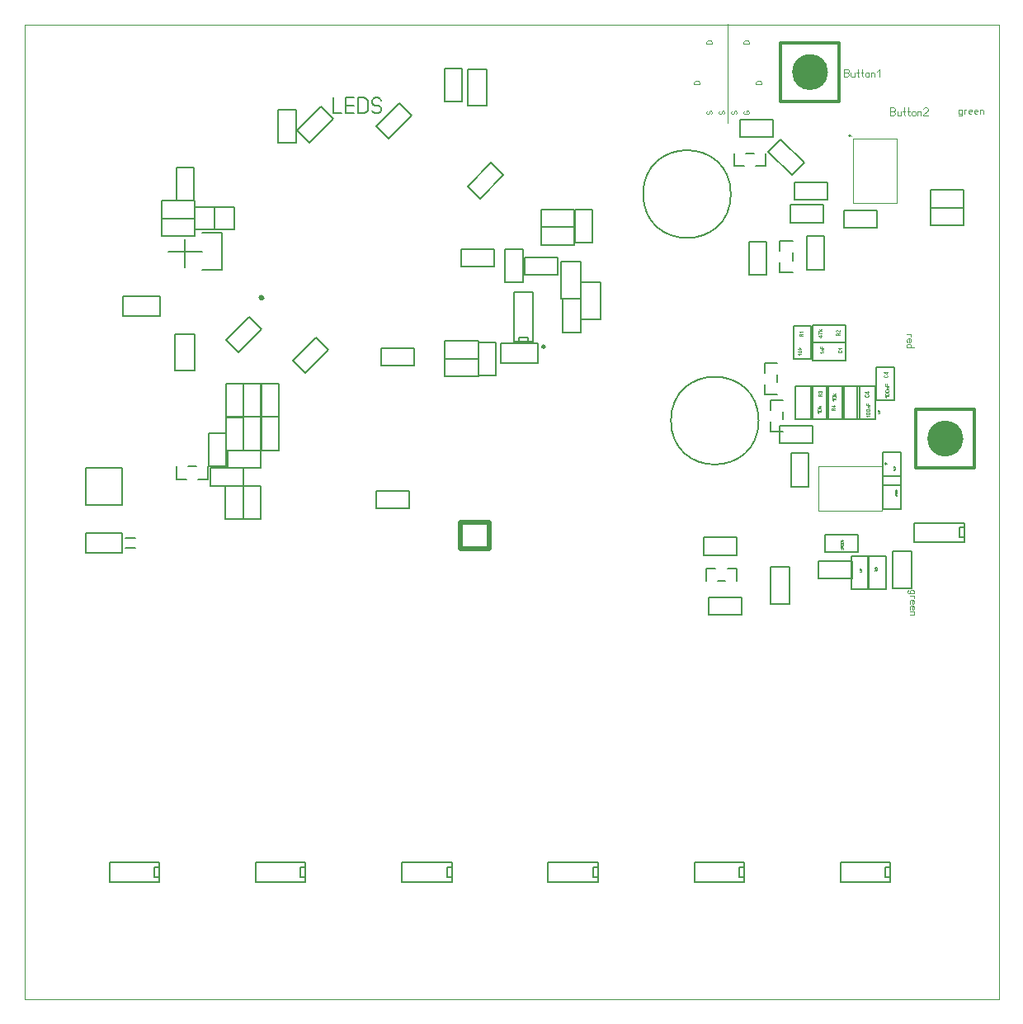
<source format=gbr>
%FSLAX34Y34*%
%MOMM*%
%LNSILK_TOP*%
G71*
G01*
%ADD10C, 0.002*%
%ADD11C, 0.150*%
%ADD12C, 0.100*%
%ADD13C, 0.200*%
%ADD14C, 0.000*%
%ADD15C, 0.500*%
%ADD16C, 0.300*%
%ADD17C, 0.067*%
%ADD18C, 0.064*%
%ADD19C, 0.033*%
%ADD20C, 0.022*%
%LPD*%
G54D10*
X250Y50D02*
X1000250Y50D01*
X1000250Y-999950D01*
X250Y-999950D01*
X250Y50D01*
G54D11*
X182665Y-213446D02*
X202665Y-213446D01*
X202665Y-251446D01*
X182665Y-251446D01*
G54D12*
G75*
G01X245972Y-279774D02*
G03X245972Y-279774I-2500J0D01*
G01*
G36*
G75*
G01X245972Y-279774D02*
G03X245972Y-279774I-2500J0D01*
G01*
G37*
X245972Y-279774D01*
G54D11*
X448302Y-247680D02*
X448302Y-229680D01*
X482302Y-229680D01*
X482302Y-247680D01*
X448302Y-247680D01*
G54D11*
X564919Y-207521D02*
X564919Y-225521D01*
X530919Y-225521D01*
X530919Y-207521D01*
X564919Y-207521D01*
G54D11*
X564919Y-189265D02*
X564919Y-207265D01*
X530919Y-207265D01*
X530919Y-189265D01*
X564919Y-189265D01*
G54D11*
X479294Y-141318D02*
X492021Y-154046D01*
X467980Y-178087D01*
X455252Y-165360D01*
X479294Y-141318D01*
G54D11*
X366613Y-349346D02*
X366613Y-331346D01*
X400613Y-331346D01*
X400613Y-349346D01*
X366613Y-349346D01*
G54D11*
X502421Y-325146D02*
X522421Y-325146D01*
X522421Y-274046D01*
X502421Y-274046D01*
X502421Y-325146D01*
G54D11*
X507421Y-325146D02*
X517421Y-325146D01*
X517422Y-320146D01*
X507421Y-320146D01*
X507421Y-325146D01*
G54D13*
X317286Y-74473D02*
X317286Y-90473D01*
X325686Y-90473D01*
G54D13*
X338486Y-90473D02*
X330086Y-90473D01*
X330086Y-74473D01*
X338486Y-74473D01*
G54D13*
X330086Y-82473D02*
X338486Y-82473D01*
G54D13*
X342886Y-90473D02*
X342886Y-74473D01*
X348886Y-74473D01*
X351286Y-75473D01*
X352486Y-77473D01*
X352486Y-87473D01*
X351286Y-89473D01*
X348886Y-90473D01*
X342886Y-90473D01*
G54D13*
X356886Y-87473D02*
X358086Y-89473D01*
X360486Y-90473D01*
X362886Y-90473D01*
X365286Y-89473D01*
X366486Y-87473D01*
X366486Y-85473D01*
X365286Y-83473D01*
X362886Y-82473D01*
X360486Y-82473D01*
X358086Y-81473D01*
X356886Y-79473D01*
X356886Y-77473D01*
X358086Y-75473D01*
X360486Y-74473D01*
X362886Y-74473D01*
X365286Y-75473D01*
X366486Y-77473D01*
G54D11*
X260876Y-87035D02*
X278876Y-87035D01*
X278876Y-121035D01*
X260876Y-121035D01*
X260876Y-87035D01*
G54D11*
X385229Y-80093D02*
X397957Y-92821D01*
X373916Y-116863D01*
X361188Y-104135D01*
X385229Y-80093D01*
G54D11*
X304266Y-83665D02*
X316994Y-96393D01*
X292952Y-120434D01*
X280224Y-107706D01*
X304266Y-83665D01*
G54D11*
X275468Y-344350D02*
X288196Y-357078D01*
X312238Y-333036D01*
X299510Y-320308D01*
X275468Y-344350D01*
G54D11*
X156545Y-452870D02*
X156545Y-465870D01*
X166545Y-465870D01*
G54D11*
X176545Y-452870D02*
X168545Y-452870D01*
G54D11*
X547701Y-238247D02*
X547701Y-256247D01*
X513701Y-256247D01*
X513701Y-238247D01*
X547701Y-238247D01*
G54D11*
X465984Y-324248D02*
X465984Y-342248D01*
X431984Y-342248D01*
X431984Y-324248D01*
X465984Y-324248D01*
G54D11*
X570889Y-315140D02*
X552889Y-315140D01*
X552889Y-281140D01*
X570889Y-281140D01*
X570889Y-315140D01*
G54D11*
X551126Y-242748D02*
X571126Y-242748D01*
X571126Y-280748D01*
X551126Y-280748D01*
X551126Y-242748D01*
G54D11*
X527451Y-326709D02*
X527451Y-346709D01*
X489451Y-346709D01*
X489451Y-326709D01*
X527451Y-326709D01*
G54D11*
X571332Y-264245D02*
X591332Y-264245D01*
X591332Y-302245D01*
X571332Y-302245D01*
X571332Y-264245D01*
G54D11*
X465984Y-342504D02*
X465984Y-360504D01*
X431984Y-360504D01*
X431984Y-342504D01*
X465984Y-342504D01*
G54D11*
X583443Y-189533D02*
X565443Y-189534D01*
X565443Y-223533D01*
X583443Y-223534D01*
X583443Y-189533D01*
G54D11*
X395340Y-478076D02*
X395340Y-496076D01*
X361340Y-496076D01*
X361340Y-478076D01*
X395340Y-478076D01*
G54D11*
X431428Y-44738D02*
X449428Y-44738D01*
X449428Y-78738D01*
X431428Y-78738D01*
X431428Y-44738D01*
G54D11*
X243966Y-311731D02*
X231238Y-299003D01*
X207197Y-323044D01*
X219924Y-335772D01*
X243966Y-311731D01*
G54D11*
X189430Y-452904D02*
X207430Y-452904D01*
X207430Y-418904D01*
X189430Y-418904D01*
X189430Y-452904D01*
G54D11*
X188552Y-452876D02*
X188552Y-465876D01*
X178552Y-465876D01*
G54D11*
X141040Y-216514D02*
X141040Y-198514D01*
X175040Y-198514D01*
X175040Y-216514D01*
X141040Y-216514D01*
G54D11*
X738805Y-879013D02*
X738805Y-859012D01*
X687705Y-859013D01*
X687705Y-879013D01*
X738805Y-879013D01*
G54D11*
X738805Y-874013D02*
X738805Y-864013D01*
X733805Y-864012D01*
X733805Y-874013D01*
X738805Y-874013D01*
G54D11*
X438805Y-879013D02*
X438805Y-859012D01*
X387705Y-859013D01*
X387705Y-879013D01*
X438805Y-879013D01*
G54D11*
X438805Y-874013D02*
X438805Y-864013D01*
X433805Y-864012D01*
X433805Y-874013D01*
X438805Y-874013D01*
G54D11*
X888805Y-879013D02*
X888805Y-859012D01*
X837705Y-859013D01*
X837705Y-879013D01*
X888805Y-879013D01*
G54D11*
X888805Y-874013D02*
X888805Y-864013D01*
X883805Y-864012D01*
X883805Y-874013D01*
X888805Y-874013D01*
G54D11*
X588805Y-879013D02*
X588805Y-859012D01*
X537705Y-859013D01*
X537705Y-879013D01*
X588805Y-879013D01*
G54D11*
X588805Y-874013D02*
X588805Y-864013D01*
X583805Y-864012D01*
X583805Y-874013D01*
X588805Y-874013D01*
G54D11*
X288805Y-879013D02*
X288805Y-859012D01*
X237705Y-859013D01*
X237705Y-879013D01*
X288805Y-879013D01*
G54D11*
X288805Y-874013D02*
X288805Y-864013D01*
X283805Y-864012D01*
X283805Y-874013D01*
X288805Y-874013D01*
G54D11*
X138805Y-879013D02*
X138805Y-859012D01*
X87705Y-859013D01*
X87705Y-879013D01*
X138805Y-879013D01*
G54D11*
X138805Y-874013D02*
X138805Y-864013D01*
X133805Y-864012D01*
X133805Y-874013D01*
X138805Y-874013D01*
G54D11*
X484019Y-359773D02*
X466019Y-359773D01*
X466019Y-325773D01*
X484020Y-325773D01*
X484019Y-359773D01*
G54D11*
X511689Y-263684D02*
X493689Y-263684D01*
X493689Y-229684D01*
X511689Y-229684D01*
X511689Y-263684D01*
G54D11*
X455112Y-45056D02*
X475112Y-45056D01*
X475112Y-83056D01*
X455112Y-83056D01*
X455112Y-45056D01*
G54D14*
G75*
G01X535003Y-329962D02*
G03X535003Y-329962I-2000J0D01*
G01*
G36*
G75*
G01X535003Y-329962D02*
G03X535003Y-329962I-2000J0D01*
G01*
G37*
X535003Y-329962D01*
G54D15*
X447675Y-537528D02*
X477044Y-537528D01*
X477044Y-510143D01*
X447675Y-510143D01*
X447675Y-537528D01*
G54D13*
X195471Y-209312D02*
X215503Y-209312D01*
X215503Y-186690D01*
X195471Y-186690D01*
X195471Y-209312D01*
G54D13*
X175041Y-209312D02*
X195471Y-209312D01*
X195471Y-186690D01*
X175041Y-186690D01*
X175041Y-209312D01*
G54D11*
X141040Y-198257D02*
X141040Y-180257D01*
X175040Y-180257D01*
X175040Y-198257D01*
X141040Y-198257D01*
G54D11*
X156184Y-145984D02*
X174184Y-145984D01*
X174184Y-179984D01*
X156184Y-179984D01*
X156184Y-145984D01*
G54D11*
X261181Y-368128D02*
X243181Y-368127D01*
X243181Y-402127D01*
X261181Y-402128D01*
X261181Y-368128D01*
G54D11*
X243322Y-368128D02*
X225322Y-368127D01*
X225322Y-402127D01*
X243322Y-402128D01*
X243322Y-368128D01*
G54D11*
X261181Y-402259D02*
X243181Y-402259D01*
X243181Y-436259D01*
X261181Y-436259D01*
X261181Y-402259D01*
G54D11*
X243322Y-402259D02*
X225322Y-402259D01*
X225322Y-436259D01*
X243322Y-436259D01*
X243322Y-402259D01*
G54D11*
X224601Y-473001D02*
X206602Y-473001D01*
X206602Y-507000D01*
X224602Y-507001D01*
X224601Y-473001D01*
G54D11*
X242987Y-473070D02*
X224987Y-473070D01*
X224987Y-507070D01*
X242987Y-507070D01*
X242987Y-473070D01*
G54D11*
X224877Y-368149D02*
X206878Y-368148D01*
X206878Y-402148D01*
X224877Y-402149D01*
X224877Y-368149D01*
G54D11*
X224874Y-402450D02*
X206874Y-402450D01*
X206874Y-436450D01*
X224874Y-436450D01*
X224874Y-402450D01*
G54D11*
X224831Y-472547D02*
X224831Y-454548D01*
X190832Y-454548D01*
X190831Y-472548D01*
X224831Y-472547D01*
G54D11*
X242988Y-454691D02*
X242988Y-436691D01*
X208988Y-436691D01*
X208988Y-454691D01*
X242988Y-454691D01*
G54D11*
X147638Y-232728D02*
X182562Y-232728D01*
G54D11*
X165100Y-220028D02*
X165100Y-248602D01*
G54D11*
X154896Y-316840D02*
X174896Y-316840D01*
X174896Y-354840D01*
X154896Y-354840D01*
X154896Y-316840D01*
G54D11*
X139675Y-278290D02*
X139675Y-298290D01*
X101675Y-298290D01*
X101675Y-278290D01*
X139675Y-278290D01*
G54D13*
X100745Y-521574D02*
X63245Y-521574D01*
X63246Y-541574D01*
X100745Y-541574D01*
X100745Y-521574D01*
G54D13*
X103920Y-526574D02*
X113920Y-526574D01*
G54D13*
X103920Y-536574D02*
X113920Y-536574D01*
G54D13*
X100640Y-454353D02*
X100640Y-492056D01*
X63334Y-492056D01*
X63334Y-454353D01*
X100640Y-454353D01*
G54D12*
X850335Y-120526D02*
X850335Y-116776D01*
G54D12*
X895335Y-182776D02*
X895335Y-179026D01*
G54D12*
X895335Y-120526D02*
X895335Y-116776D01*
G54D12*
X872835Y-116776D02*
X895335Y-116776D01*
G54D12*
X850335Y-116776D02*
X872835Y-116776D01*
G54D12*
X872835Y-182776D02*
X895335Y-182776D01*
G54D12*
X850335Y-182776D02*
X872835Y-182776D01*
G54D12*
X895335Y-116776D02*
X895335Y-182776D01*
G54D12*
X850335Y-182776D02*
X850335Y-116776D01*
G54D12*
G75*
G01X848663Y-113670D02*
G03X848663Y-113670I-1191J0D01*
G01*
G36*
G75*
G01X848663Y-113670D02*
G03X848663Y-113670I-1191J0D01*
G01*
G37*
X848663Y-113670D01*
G54D11*
X788468Y-221469D02*
X775468Y-221469D01*
X775468Y-231469D01*
G54D11*
X788468Y-241469D02*
X788468Y-233469D01*
G54D11*
X788462Y-253476D02*
X775462Y-253476D01*
X775462Y-243476D01*
G54D11*
X743644Y-221975D02*
X761644Y-221975D01*
X761644Y-255975D01*
X743644Y-255975D01*
X743644Y-221975D01*
G54D11*
X803242Y-216732D02*
X821242Y-216732D01*
X821242Y-250732D01*
X803242Y-250732D01*
X803242Y-216732D01*
G54D11*
X824262Y-161482D02*
X824262Y-179482D01*
X790262Y-179482D01*
X790262Y-161482D01*
X824262Y-161482D01*
G54D11*
X820294Y-184500D02*
X820294Y-202500D01*
X786294Y-202500D01*
X786294Y-184500D01*
X820294Y-184500D01*
G54D11*
X929962Y-205488D02*
X929962Y-187488D01*
X963962Y-187488D01*
X963962Y-205488D01*
X929962Y-205488D01*
G54D11*
X929962Y-187419D02*
X929962Y-169419D01*
X963962Y-169419D01*
X963962Y-187419D01*
X929962Y-187419D01*
G54D16*
X776569Y-18225D02*
X836569Y-18225D01*
X836569Y-78225D01*
X776569Y-78225D01*
X776569Y-18225D01*
G54D12*
G75*
G01X824569Y-48225D02*
G03X824569Y-48225I-18000J0D01*
G01*
G36*
G75*
G01X824569Y-48225D02*
G03X824569Y-48225I-18000J0D01*
G01*
G37*
X824569Y-48225D01*
G54D13*
G75*
G01X725246Y-173426D02*
G03X725246Y-173426I-45000J0D01*
G01*
G54D11*
X728769Y-131804D02*
X728769Y-144804D01*
X738769Y-144804D01*
G54D11*
X748769Y-131804D02*
X740769Y-131804D01*
G54D11*
X760776Y-131810D02*
X760776Y-144810D01*
X750776Y-144810D01*
G54D11*
X800458Y-141465D02*
X787730Y-154193D01*
X763689Y-130152D01*
X776417Y-117424D01*
X800458Y-141465D01*
G54D12*
X958870Y-92666D02*
X960070Y-93166D01*
X960910Y-93166D01*
X962110Y-92666D01*
X962470Y-91666D01*
X962470Y-86666D01*
G54D12*
X962470Y-87966D02*
X961870Y-86966D01*
X960670Y-86666D01*
X959470Y-86966D01*
X958870Y-87966D01*
X958870Y-89966D01*
X959470Y-90966D01*
X960670Y-91166D01*
X961870Y-90966D01*
X962470Y-89966D01*
G54D12*
X964670Y-91166D02*
X964670Y-86666D01*
G54D12*
X964670Y-87666D02*
X965870Y-86666D01*
X967070Y-86666D01*
G54D12*
X972870Y-90666D02*
X971910Y-91166D01*
X970710Y-91166D01*
X969510Y-90666D01*
X969270Y-89666D01*
X969270Y-87966D01*
X969870Y-86966D01*
X971070Y-86666D01*
X972270Y-86966D01*
X972870Y-87666D01*
X972870Y-88666D01*
X969270Y-88666D01*
G54D12*
X978670Y-90666D02*
X977710Y-91166D01*
X976510Y-91166D01*
X975310Y-90666D01*
X975070Y-89666D01*
X975070Y-87966D01*
X975670Y-86966D01*
X976870Y-86666D01*
X978070Y-86966D01*
X978670Y-87666D01*
X978670Y-88666D01*
X975070Y-88666D01*
G54D12*
X980870Y-91166D02*
X980870Y-86666D01*
G54D12*
X980870Y-87666D02*
X981470Y-86966D01*
X982670Y-86666D01*
X983870Y-86966D01*
X984470Y-87666D01*
X984470Y-91166D01*
G54D14*
X722155Y-100556D02*
X722155Y1044D01*
G54D17*
X704664Y-91142D02*
X705330Y-90742D01*
X705664Y-89942D01*
X705664Y-89142D01*
X705330Y-88342D01*
X704664Y-87942D01*
X703997Y-87942D01*
X703330Y-88342D01*
X702997Y-89142D01*
X702997Y-89942D01*
X702664Y-90742D01*
X701997Y-91142D01*
X701330Y-91142D01*
X700664Y-90742D01*
X700330Y-89942D01*
X700330Y-89142D01*
X700664Y-88342D01*
X701330Y-87942D01*
G54D17*
X717364Y-91142D02*
X718030Y-90742D01*
X718364Y-89942D01*
X718364Y-89142D01*
X718030Y-88342D01*
X717364Y-87942D01*
X716697Y-87942D01*
X716030Y-88342D01*
X715697Y-89142D01*
X715697Y-89942D01*
X715364Y-90742D01*
X714697Y-91142D01*
X714030Y-91142D01*
X713364Y-90742D01*
X713030Y-89942D01*
X713030Y-89142D01*
X713364Y-88342D01*
X714030Y-87942D01*
G54D17*
X730064Y-91142D02*
X730730Y-90742D01*
X731064Y-89942D01*
X731064Y-89142D01*
X730730Y-88342D01*
X730064Y-87942D01*
X729397Y-87942D01*
X728730Y-88342D01*
X728397Y-89142D01*
X728397Y-89942D01*
X728064Y-90742D01*
X727397Y-91142D01*
X726730Y-91142D01*
X726064Y-90742D01*
X725730Y-89942D01*
X725730Y-89142D01*
X726064Y-88342D01*
X726730Y-87942D01*
G54D17*
X741097Y-89542D02*
X741097Y-87942D01*
X742764Y-87942D01*
X743430Y-88342D01*
X743764Y-89142D01*
X743764Y-89942D01*
X743430Y-90742D01*
X742764Y-91142D01*
X739430Y-91142D01*
X738764Y-90742D01*
X738430Y-89942D01*
X738430Y-89142D01*
X738764Y-88342D01*
X739430Y-87942D01*
G54D17*
X692964Y-60662D02*
X687630Y-60662D01*
X687630Y-58662D01*
X687964Y-57862D01*
X688630Y-57462D01*
X691964Y-57462D01*
X692630Y-57862D01*
X692964Y-58662D01*
X692964Y-60662D01*
G54D17*
X756464Y-60662D02*
X751130Y-60662D01*
X751130Y-58662D01*
X751464Y-57862D01*
X752130Y-57462D01*
X755464Y-57462D01*
X756130Y-57862D01*
X756464Y-58662D01*
X756464Y-60662D01*
G54D17*
X743764Y-19387D02*
X738430Y-19387D01*
X738430Y-17387D01*
X738764Y-16587D01*
X739430Y-16187D01*
X742764Y-16187D01*
X743430Y-16587D01*
X743764Y-17387D01*
X743764Y-19387D01*
G54D17*
X705664Y-19387D02*
X700330Y-19387D01*
X700330Y-17387D01*
X700664Y-16587D01*
X701330Y-16187D01*
X704664Y-16187D01*
X705330Y-16587D01*
X705664Y-17387D01*
X705664Y-19387D01*
G54D11*
X734911Y-114646D02*
X734911Y-96646D01*
X768911Y-96646D01*
X768911Y-114646D01*
X734911Y-114646D01*
G54D12*
X889020Y-92754D02*
X889020Y-84754D01*
X892020Y-84754D01*
X893220Y-85254D01*
X893820Y-86254D01*
X893820Y-87254D01*
X893220Y-88254D01*
X892020Y-88754D01*
X893220Y-89254D01*
X893820Y-90254D01*
X893820Y-91254D01*
X893220Y-92254D01*
X892020Y-92754D01*
X889020Y-92754D01*
G54D12*
X889020Y-88754D02*
X892020Y-88754D01*
G54D12*
X899620Y-88254D02*
X899620Y-92754D01*
G54D12*
X899620Y-91754D02*
X899020Y-92554D01*
X897820Y-92754D01*
X896620Y-92554D01*
X896020Y-91754D01*
X896020Y-88254D01*
G54D12*
X903020Y-84754D02*
X903020Y-92254D01*
X903620Y-92754D01*
X904220Y-92554D01*
G54D12*
X901820Y-88254D02*
X904220Y-88254D01*
G54D12*
X907620Y-84754D02*
X907620Y-92254D01*
X908220Y-92754D01*
X908820Y-92554D01*
G54D12*
X906420Y-88254D02*
X908820Y-88254D01*
G54D12*
X914620Y-91554D02*
X914620Y-89554D01*
X914020Y-88554D01*
X912820Y-88254D01*
X911620Y-88554D01*
X911020Y-89554D01*
X911020Y-91554D01*
X911620Y-92554D01*
X912820Y-92754D01*
X914020Y-92554D01*
X914620Y-91554D01*
G54D12*
X916820Y-92754D02*
X916820Y-88254D01*
G54D12*
X916820Y-89254D02*
X917420Y-88554D01*
X918620Y-88254D01*
X919820Y-88554D01*
X920420Y-89254D01*
X920420Y-92754D01*
G54D12*
X927420Y-92754D02*
X922620Y-92754D01*
X922620Y-92254D01*
X923220Y-91254D01*
X926820Y-88254D01*
X927420Y-87254D01*
X927420Y-86254D01*
X926820Y-85254D01*
X925620Y-84754D01*
X924420Y-84754D01*
X923220Y-85254D01*
X922620Y-86254D01*
G54D12*
X841394Y-53066D02*
X841394Y-45066D01*
X844394Y-45066D01*
X845594Y-45566D01*
X846194Y-46566D01*
X846194Y-47566D01*
X845594Y-48566D01*
X844394Y-49066D01*
X845594Y-49566D01*
X846194Y-50566D01*
X846194Y-51566D01*
X845594Y-52566D01*
X844394Y-53066D01*
X841394Y-53066D01*
G54D12*
X841394Y-49066D02*
X844394Y-49066D01*
G54D12*
X851994Y-48566D02*
X851994Y-53066D01*
G54D12*
X851994Y-52066D02*
X851394Y-52866D01*
X850194Y-53066D01*
X848994Y-52866D01*
X848394Y-52066D01*
X848394Y-48566D01*
G54D12*
X855394Y-45066D02*
X855394Y-52566D01*
X855994Y-53066D01*
X856594Y-52866D01*
G54D12*
X854194Y-48566D02*
X856594Y-48566D01*
G54D12*
X859994Y-45066D02*
X859994Y-52566D01*
X860594Y-53066D01*
X861194Y-52866D01*
G54D12*
X858794Y-48566D02*
X861194Y-48566D01*
G54D12*
X866994Y-51866D02*
X866994Y-49866D01*
X866394Y-48866D01*
X865194Y-48566D01*
X863994Y-48866D01*
X863394Y-49866D01*
X863394Y-51866D01*
X863994Y-52866D01*
X865194Y-53066D01*
X866394Y-52866D01*
X866994Y-51866D01*
G54D12*
X869194Y-53066D02*
X869194Y-48566D01*
G54D12*
X869194Y-49566D02*
X869794Y-48866D01*
X870994Y-48566D01*
X872194Y-48866D01*
X872794Y-49566D01*
X872794Y-53066D01*
G54D12*
X874994Y-48066D02*
X877994Y-45066D01*
X877994Y-53066D01*
G54D11*
X875522Y-207800D02*
X875522Y-189800D01*
X841522Y-189800D01*
X841522Y-207800D01*
X875522Y-207800D01*
G54D12*
X876969Y-452988D02*
X880720Y-452988D01*
G54D12*
X814720Y-497988D02*
X818470Y-497988D01*
G54D12*
X876970Y-497988D02*
X880719Y-497988D01*
G54D12*
X880719Y-475488D02*
X880719Y-497988D01*
G54D12*
X880720Y-452988D02*
X880719Y-475488D01*
G54D12*
X814719Y-475488D02*
X814720Y-497988D01*
G54D12*
X814720Y-452988D02*
X814719Y-475488D01*
G54D12*
X880719Y-497988D02*
X814720Y-497988D01*
G54D12*
X814720Y-452988D02*
X880720Y-452988D01*
G54D12*
G75*
G01X885016Y-450125D02*
G03X885016Y-450125I-1190J0D01*
G01*
G36*
G75*
G01X885016Y-450125D02*
G03X885016Y-450125I-1190J0D01*
G01*
G37*
X885016Y-450125D01*
G54D11*
X857747Y-404438D02*
X839747Y-404438D01*
X839747Y-370438D01*
X857747Y-370438D01*
X857747Y-404438D01*
G54D11*
X855905Y-522742D02*
X855904Y-540742D01*
X821904Y-540742D01*
X821905Y-522741D01*
X855905Y-522742D01*
G54D11*
X804993Y-473412D02*
X786992Y-473412D01*
X786992Y-439412D01*
X804992Y-439412D01*
X804993Y-473412D01*
G54D11*
X884259Y-578905D02*
X866258Y-578905D01*
X866258Y-544905D01*
X884259Y-544905D01*
X884259Y-578905D01*
G54D11*
X866796Y-578905D02*
X848796Y-578905D01*
X848796Y-544905D01*
X866796Y-544905D01*
X866796Y-578905D01*
G54D12*
X907257Y-579760D02*
X906757Y-580959D01*
X906757Y-581800D01*
X907257Y-582999D01*
X908257Y-583360D01*
X913257Y-583360D01*
G54D12*
X911957Y-583360D02*
X912957Y-582760D01*
X913257Y-581559D01*
X912957Y-580359D01*
X911957Y-579759D01*
X909957Y-579759D01*
X908957Y-580359D01*
X908757Y-581559D01*
X908957Y-582759D01*
X909957Y-583359D01*
G54D12*
X908757Y-585560D02*
X913257Y-585559D01*
G54D12*
X912257Y-585560D02*
X913257Y-586759D01*
X913257Y-587959D01*
G54D12*
X909257Y-593759D02*
X908757Y-592799D01*
X908757Y-591599D01*
X909257Y-590399D01*
X910257Y-590159D01*
X911957Y-590160D01*
X912957Y-590759D01*
X913257Y-591959D01*
X912957Y-593159D01*
X912257Y-593759D01*
X911257Y-593759D01*
X911257Y-590159D01*
G54D12*
X909257Y-599559D02*
X908757Y-598600D01*
X908757Y-597399D01*
X909257Y-596199D01*
X910257Y-595959D01*
X911957Y-595959D01*
X912957Y-596559D01*
X913257Y-597760D01*
X912957Y-598960D01*
X912257Y-599559D01*
X911257Y-599559D01*
X911257Y-595959D01*
G54D12*
X908757Y-601759D02*
X913257Y-601759D01*
G54D12*
X912257Y-601759D02*
X912957Y-602359D01*
X913257Y-603559D01*
X912957Y-604760D01*
X912257Y-605359D01*
X908757Y-605359D01*
G54D12*
X905728Y-317080D02*
X910228Y-317080D01*
G54D12*
X909228Y-317080D02*
X910228Y-318280D01*
X910228Y-319480D01*
G54D12*
X906228Y-325280D02*
X905728Y-324320D01*
X905728Y-323120D01*
X906228Y-321920D01*
X907228Y-321680D01*
X908928Y-321680D01*
X909928Y-322280D01*
X910228Y-323480D01*
X909928Y-324680D01*
X909228Y-325280D01*
X908228Y-325280D01*
X908228Y-321680D01*
G54D12*
X905728Y-331080D02*
X913728Y-331080D01*
G54D12*
X908928Y-331080D02*
X909928Y-330480D01*
X910228Y-329280D01*
X909928Y-328080D01*
X908928Y-327480D01*
X906928Y-327480D01*
X905928Y-328080D01*
X905728Y-329280D01*
X905928Y-330480D01*
X906928Y-331080D01*
G54D16*
X975348Y-394284D02*
X975348Y-454284D01*
X915348Y-454284D01*
X915348Y-394284D01*
X975348Y-394284D01*
G54D12*
G75*
G01X963348Y-424284D02*
G03X963348Y-424284I-18000J0D01*
G01*
G36*
G75*
G01X963348Y-424284D02*
G03X963348Y-424284I-18000J0D01*
G01*
G37*
X963348Y-424284D01*
G54D11*
X841326Y-404438D02*
X823326Y-404438D01*
X823327Y-370438D01*
X841326Y-370438D01*
X841326Y-404438D01*
G54D18*
X830497Y-394395D02*
X830941Y-393594D01*
X831386Y-393328D01*
X832275Y-393328D01*
G54D18*
X832275Y-395461D02*
X828719Y-395461D01*
X828719Y-394128D01*
X828941Y-393594D01*
X829386Y-393328D01*
X829830Y-393328D01*
X830275Y-393594D01*
X830497Y-394128D01*
X830497Y-395461D01*
G54D18*
X832275Y-390484D02*
X828719Y-390484D01*
X830942Y-392084D01*
X831386Y-392084D01*
X831386Y-389951D01*
G54D18*
X830540Y-385402D02*
X829206Y-384068D01*
X832762Y-384068D01*
G54D18*
X829873Y-380691D02*
X832095Y-380691D01*
X832540Y-380958D01*
X832762Y-381491D01*
X832762Y-382025D01*
X832540Y-382558D01*
X832095Y-382825D01*
X829873Y-382825D01*
X829428Y-382558D01*
X829206Y-382025D01*
X829206Y-381491D01*
X829428Y-380958D01*
X829873Y-380691D01*
G54D18*
X832762Y-379448D02*
X829206Y-379448D01*
G54D18*
X831428Y-378648D02*
X832762Y-377848D01*
G54D18*
X831873Y-379448D02*
X830762Y-377848D01*
G54D11*
X807451Y-370438D02*
X825451Y-370438D01*
X825451Y-404438D01*
X807451Y-404438D01*
X807451Y-370438D01*
G54D18*
X816754Y-379697D02*
X817199Y-378897D01*
X817644Y-378631D01*
X818532Y-378631D01*
G54D18*
X818532Y-380764D02*
X814977Y-380764D01*
X814977Y-379430D01*
X815199Y-378897D01*
X815643Y-378631D01*
X816088Y-378631D01*
X816532Y-378897D01*
X816754Y-379431D01*
X816754Y-380764D01*
G54D18*
X815643Y-377387D02*
X815199Y-377120D01*
X814977Y-376587D01*
X814977Y-376054D01*
X815199Y-375520D01*
X815644Y-375254D01*
X816088Y-375254D01*
X816532Y-375520D01*
X816754Y-376054D01*
X816977Y-375520D01*
X817421Y-375254D01*
X817866Y-375254D01*
X818310Y-375520D01*
X818532Y-376054D01*
X818532Y-376587D01*
X818310Y-377120D01*
X817866Y-377387D01*
G54D18*
X815425Y-398452D02*
X814092Y-397119D01*
X817647Y-397119D01*
G54D18*
X814758Y-393742D02*
X816981Y-393742D01*
X817425Y-394008D01*
X817647Y-394542D01*
X817647Y-395075D01*
X817425Y-395608D01*
X816981Y-395875D01*
X814758Y-395875D01*
X814314Y-395608D01*
X814092Y-395075D01*
X814092Y-394542D01*
X814314Y-394008D01*
X814758Y-393742D01*
G54D18*
X817647Y-392498D02*
X814092Y-392498D01*
G54D18*
X816314Y-391698D02*
X817647Y-390898D01*
G54D18*
X816758Y-392498D02*
X815647Y-390898D01*
G54D11*
X855177Y-370570D02*
X873177Y-370570D01*
X873177Y-404570D01*
X855177Y-404570D01*
X855177Y-370570D01*
G54D18*
X865841Y-379004D02*
X866285Y-379271D01*
X866507Y-379804D01*
X866507Y-380338D01*
X866285Y-380871D01*
X865841Y-381138D01*
X863618Y-381138D01*
X863174Y-380871D01*
X862952Y-380338D01*
X862952Y-379804D01*
X863174Y-379271D01*
X863618Y-379004D01*
G54D18*
X866507Y-376161D02*
X862952Y-376161D01*
X865174Y-377761D01*
X865618Y-377761D01*
X865618Y-375627D01*
G54D18*
X865491Y-402153D02*
X864157Y-400820D01*
X867713Y-400820D01*
G54D18*
X864824Y-397443D02*
X867046Y-397443D01*
X867491Y-397710D01*
X867713Y-398243D01*
X867713Y-398776D01*
X867491Y-399310D01*
X867046Y-399576D01*
X864824Y-399576D01*
X864379Y-399310D01*
X864157Y-398776D01*
X864157Y-398243D01*
X864380Y-397710D01*
X864824Y-397443D01*
G54D18*
X864824Y-394066D02*
X867046Y-394066D01*
X867491Y-394332D01*
X867713Y-394866D01*
X867713Y-395399D01*
X867491Y-395932D01*
X867046Y-396199D01*
X864824Y-396199D01*
X864380Y-395932D01*
X864157Y-395399D01*
X864157Y-394866D01*
X864380Y-394332D01*
X864824Y-394066D01*
G54D18*
X867713Y-392822D02*
X865713Y-392822D01*
G54D18*
X866157Y-392822D02*
X865846Y-392556D01*
X865713Y-392022D01*
X865846Y-391489D01*
X866157Y-391222D01*
X867713Y-391222D01*
G54D18*
X867713Y-389978D02*
X864157Y-389978D01*
X864157Y-388112D01*
G54D18*
X865935Y-389978D02*
X865935Y-388112D01*
G54D11*
X842946Y-343950D02*
X842946Y-325950D01*
X808946Y-325951D01*
X808946Y-343950D01*
X842946Y-343950D01*
G54D18*
X838316Y-333811D02*
X838761Y-334078D01*
X838983Y-334611D01*
X838983Y-335145D01*
X838761Y-335678D01*
X838316Y-335945D01*
X836094Y-335945D01*
X835650Y-335678D01*
X835428Y-335145D01*
X835428Y-334611D01*
X835650Y-334078D01*
X836094Y-333811D01*
G54D18*
X836761Y-332568D02*
X835428Y-331234D01*
X838983Y-331234D01*
G54D18*
X817910Y-336939D02*
X816577Y-335606D01*
X820132Y-335606D01*
G54D18*
X820132Y-334362D02*
X818132Y-334362D01*
G54D18*
X818577Y-334362D02*
X818266Y-334096D01*
X818132Y-333562D01*
X818266Y-333029D01*
X818577Y-332762D01*
X820132Y-332762D01*
G54D18*
X820132Y-331518D02*
X816577Y-331518D01*
X816577Y-329652D01*
G54D18*
X818354Y-331518D02*
X818354Y-329652D01*
G54D11*
X842946Y-325853D02*
X842946Y-307853D01*
X808946Y-307853D01*
X808946Y-325853D01*
X842946Y-325853D01*
G54D18*
X835051Y-317267D02*
X835496Y-316467D01*
X835940Y-316200D01*
X836829Y-316200D01*
G54D18*
X836829Y-318334D02*
X833273Y-318334D01*
X833273Y-317000D01*
X833496Y-316467D01*
X833940Y-316200D01*
X834384Y-316200D01*
X834829Y-316467D01*
X835051Y-317000D01*
X835051Y-318333D01*
G54D18*
X836829Y-312823D02*
X836829Y-314956D01*
X836607Y-314956D01*
X836162Y-314690D01*
X834829Y-313090D01*
X834384Y-312823D01*
X833940Y-312823D01*
X833496Y-313090D01*
X833273Y-313623D01*
X833273Y-314156D01*
X833496Y-314690D01*
X833940Y-314956D01*
G54D18*
X818376Y-318600D02*
X814820Y-318600D01*
X817042Y-320200D01*
X817487Y-320200D01*
X817487Y-318067D01*
G54D18*
X814820Y-316823D02*
X814820Y-314690D01*
X815264Y-314956D01*
X815931Y-315490D01*
X816820Y-316023D01*
X817487Y-316290D01*
X818376Y-316290D01*
G54D18*
X818376Y-313446D02*
X814820Y-313446D01*
G54D18*
X817042Y-312646D02*
X818376Y-311846D01*
G54D18*
X817487Y-313446D02*
X816376Y-311846D01*
G54D11*
X807588Y-308353D02*
X789588Y-308353D01*
X789588Y-342353D01*
X807588Y-342353D01*
X807588Y-308353D01*
G54D18*
X797299Y-318084D02*
X797743Y-317284D01*
X798188Y-317017D01*
X799077Y-317017D01*
G54D18*
X799077Y-319150D02*
X795521Y-319150D01*
X795521Y-317817D01*
X795743Y-317284D01*
X796188Y-317017D01*
X796632Y-317017D01*
X797077Y-317284D01*
X797299Y-317817D01*
X797299Y-319150D01*
G54D18*
X796854Y-315774D02*
X795521Y-314440D01*
X799077Y-314440D01*
G54D18*
X795496Y-338589D02*
X794162Y-337256D01*
X797718Y-337256D01*
G54D18*
X794829Y-333879D02*
X797051Y-333879D01*
X797496Y-334146D01*
X797718Y-334679D01*
X797718Y-335212D01*
X797496Y-335746D01*
X797051Y-336012D01*
X794829Y-336012D01*
X794384Y-335746D01*
X794162Y-335212D01*
X794162Y-334679D01*
X794384Y-334146D01*
X794829Y-333879D01*
G54D18*
X797718Y-332635D02*
X794162Y-332635D01*
G54D18*
X796384Y-331835D02*
X797718Y-331035D01*
G54D18*
X796829Y-332635D02*
X795718Y-331035D01*
G54D11*
X731589Y-570650D02*
X731589Y-557650D01*
X721589Y-557650D01*
G54D11*
X711589Y-570650D02*
X719589Y-570650D01*
G54D11*
X699582Y-570645D02*
X699582Y-557644D01*
X709582Y-557645D01*
G54D11*
X731083Y-525826D02*
X731083Y-543826D01*
X697083Y-543826D01*
X697083Y-525826D01*
X731083Y-525826D01*
G54D11*
X736326Y-587013D02*
X736326Y-605013D01*
X702326Y-605013D01*
X702326Y-587013D01*
X736326Y-587013D01*
G54D13*
G75*
G01X753790Y-405874D02*
G03X753790Y-405874I-45000J0D01*
G01*
G54D11*
X772772Y-346582D02*
X759772Y-346582D01*
X759772Y-356582D01*
G54D11*
X772772Y-366582D02*
X772772Y-358582D01*
G54D11*
X772766Y-378588D02*
X759766Y-378588D01*
X759766Y-368588D01*
G54D11*
X791576Y-370438D02*
X809576Y-370438D01*
X809576Y-404438D01*
X791577Y-404438D01*
X791576Y-370438D01*
G54D11*
X765613Y-556216D02*
X785613Y-556216D01*
X785613Y-594216D01*
X765612Y-594216D01*
X765613Y-556216D01*
G54D19*
X839519Y-528245D02*
X840519Y-529245D01*
X837852Y-529244D01*
G54D19*
X840019Y-531578D02*
X838352Y-531578D01*
X838019Y-531378D01*
X837852Y-530978D01*
X837852Y-530578D01*
X838019Y-530178D01*
X838352Y-529978D01*
X840019Y-529978D01*
X840352Y-530178D01*
X840519Y-530578D01*
X840519Y-530978D01*
X840352Y-531378D01*
X840019Y-531578D01*
G54D19*
X840019Y-533911D02*
X838352Y-533911D01*
X838019Y-533711D01*
X837852Y-533311D01*
X837852Y-532911D01*
X838019Y-532511D01*
X838352Y-532311D01*
X840019Y-532311D01*
X840352Y-532511D01*
X840519Y-532911D01*
X840519Y-533311D01*
X840352Y-533710D01*
X840019Y-533911D01*
G54D19*
X837852Y-534644D02*
X839352Y-534644D01*
G54D19*
X839019Y-534644D02*
X839252Y-534844D01*
X839352Y-535244D01*
X839252Y-535644D01*
X839019Y-535844D01*
X837852Y-535844D01*
G54D19*
X837852Y-536577D02*
X840519Y-536577D01*
X840519Y-537977D01*
G54D19*
X839186Y-536577D02*
X839186Y-537977D01*
G54D20*
X857347Y-558285D02*
X859125Y-558285D01*
X858014Y-557485D01*
X857791Y-557485D01*
X857791Y-558552D01*
G54D20*
X859125Y-559041D02*
X859125Y-560108D01*
X858902Y-559975D01*
X858569Y-559708D01*
X858125Y-559441D01*
X857791Y-559308D01*
X857347Y-559308D01*
G54D20*
X857347Y-560597D02*
X859124Y-560597D01*
G54D20*
X858014Y-560997D02*
X857347Y-561397D01*
G54D20*
X857791Y-560597D02*
X858347Y-561397D01*
G54D20*
X873063Y-557015D02*
X874841Y-557015D01*
X873730Y-556215D01*
X873508Y-556215D01*
X873508Y-557282D01*
G54D20*
X874841Y-557771D02*
X874841Y-558838D01*
X874619Y-558705D01*
X874285Y-558438D01*
X873841Y-558171D01*
X873508Y-558038D01*
X873063Y-558038D01*
G54D20*
X873063Y-559327D02*
X874841Y-559327D01*
G54D20*
X873730Y-559727D02*
X873063Y-560127D01*
G54D20*
X873508Y-559327D02*
X874063Y-560127D01*
G54D11*
X881432Y-438238D02*
X899432Y-438238D01*
X899432Y-472238D01*
X881432Y-472238D01*
X881432Y-438238D01*
G54D11*
X779122Y-384682D02*
X766122Y-384682D01*
X766122Y-394682D01*
G54D11*
X779122Y-404682D02*
X779122Y-396682D01*
G54D11*
X779116Y-416688D02*
X766116Y-416688D01*
X766116Y-406688D01*
G54D11*
X775117Y-429213D02*
X775117Y-411213D01*
X809117Y-411213D01*
X809116Y-429213D01*
X775117Y-429213D01*
G54D11*
X964739Y-530674D02*
X964739Y-510674D01*
X913639Y-510674D01*
X913639Y-530674D01*
X964739Y-530674D01*
G54D11*
X964739Y-525674D02*
X964739Y-515674D01*
X959739Y-515674D01*
X959739Y-525674D01*
X964739Y-525674D01*
G54D11*
X891025Y-540023D02*
X911025Y-540023D01*
X911025Y-578023D01*
X891025Y-578023D01*
X891025Y-540023D01*
G54D11*
X849436Y-550183D02*
X849436Y-568183D01*
X815436Y-568182D01*
X815436Y-550183D01*
X849436Y-550183D01*
G54D11*
X881432Y-496382D02*
X899432Y-496382D01*
X899432Y-462382D01*
X881432Y-462382D01*
X881432Y-496382D01*
G54D20*
X894970Y-476681D02*
X895637Y-477348D01*
X893859Y-477348D01*
G54D20*
X895304Y-478904D02*
X894193Y-478904D01*
X893970Y-478770D01*
X893859Y-478504D01*
X893859Y-478237D01*
X893970Y-477970D01*
X894193Y-477837D01*
X895304Y-477837D01*
X895526Y-477970D01*
X895637Y-478237D01*
X895637Y-478504D01*
X895526Y-478770D01*
X895304Y-478904D01*
G54D20*
X895304Y-480460D02*
X894193Y-480460D01*
X893970Y-480326D01*
X893860Y-480060D01*
X893859Y-479793D01*
X893971Y-479526D01*
X894193Y-479393D01*
X895304Y-479393D01*
X895526Y-479526D01*
X895637Y-479793D01*
X895637Y-480060D01*
X895526Y-480326D01*
X895304Y-480460D01*
G54D20*
X893859Y-480949D02*
X894859Y-480949D01*
G54D20*
X894637Y-480949D02*
X894793Y-481082D01*
X894859Y-481349D01*
X894793Y-481616D01*
X894637Y-481749D01*
X893859Y-481749D01*
G54D20*
X893859Y-482238D02*
X895637Y-482238D01*
X895637Y-483171D01*
G54D20*
X894748Y-482238D02*
X894748Y-483172D01*
G54D20*
X891875Y-453668D02*
X893653Y-453668D01*
X892542Y-452868D01*
X892320Y-452868D01*
X892320Y-453935D01*
G54D20*
X893653Y-454424D02*
X893653Y-455491D01*
X893430Y-455358D01*
X893097Y-455091D01*
X892653Y-454824D01*
X892320Y-454691D01*
X891875Y-454691D01*
G54D20*
X891875Y-455980D02*
X893653Y-455980D01*
G54D20*
X892542Y-456380D02*
X891875Y-456780D01*
G54D20*
X892319Y-455980D02*
X892875Y-456780D01*
G54D11*
X874624Y-350726D02*
X892624Y-350726D01*
X892624Y-384726D01*
X874624Y-384726D01*
X874624Y-350726D01*
G54D18*
X885289Y-359161D02*
X885733Y-359427D01*
X885955Y-359961D01*
X885955Y-360494D01*
X885733Y-361027D01*
X885289Y-361294D01*
X883066Y-361294D01*
X882622Y-361027D01*
X882400Y-360494D01*
X882400Y-359961D01*
X882622Y-359427D01*
X883066Y-359161D01*
G54D18*
X885956Y-356317D02*
X882400Y-356317D01*
X884622Y-357917D01*
X885066Y-357917D01*
X885067Y-355784D01*
G54D18*
X884938Y-382309D02*
X883604Y-380976D01*
X887160Y-380976D01*
G54D18*
X884271Y-377599D02*
X886493Y-377599D01*
X886938Y-377865D01*
X887160Y-378399D01*
X887160Y-378932D01*
X886938Y-379465D01*
X886493Y-379732D01*
X884271Y-379732D01*
X883827Y-379465D01*
X883604Y-378932D01*
X883604Y-378399D01*
X883827Y-377865D01*
X884271Y-377599D01*
G54D18*
X884271Y-374222D02*
X886493Y-374222D01*
X886938Y-374488D01*
X887160Y-375022D01*
X887160Y-375555D01*
X886938Y-376088D01*
X886493Y-376355D01*
X884271Y-376355D01*
X883827Y-376088D01*
X883604Y-375555D01*
X883604Y-375022D01*
X883827Y-374488D01*
X884271Y-374222D01*
G54D18*
X887160Y-372978D02*
X885160Y-372978D01*
G54D18*
X885604Y-372978D02*
X885293Y-372711D01*
X885160Y-372178D01*
X885293Y-371645D01*
X885604Y-371378D01*
X887160Y-371378D01*
G54D18*
X887160Y-370134D02*
X883604Y-370134D01*
X883604Y-368267D01*
G54D18*
X885382Y-370134D02*
X885382Y-368267D01*
G54D20*
X876000Y-395725D02*
X877778Y-395725D01*
X876667Y-394925D01*
X876444Y-394925D01*
X876444Y-395991D01*
G54D20*
X877778Y-396481D02*
X877778Y-397547D01*
X877556Y-397414D01*
X877222Y-397147D01*
X876778Y-396881D01*
X876444Y-396747D01*
X876000Y-396747D01*
G54D20*
X876000Y-398037D02*
X877778Y-398037D01*
G54D20*
X876667Y-398437D02*
X876000Y-398837D01*
G54D20*
X876444Y-398037D02*
X877000Y-398837D01*
M02*

</source>
